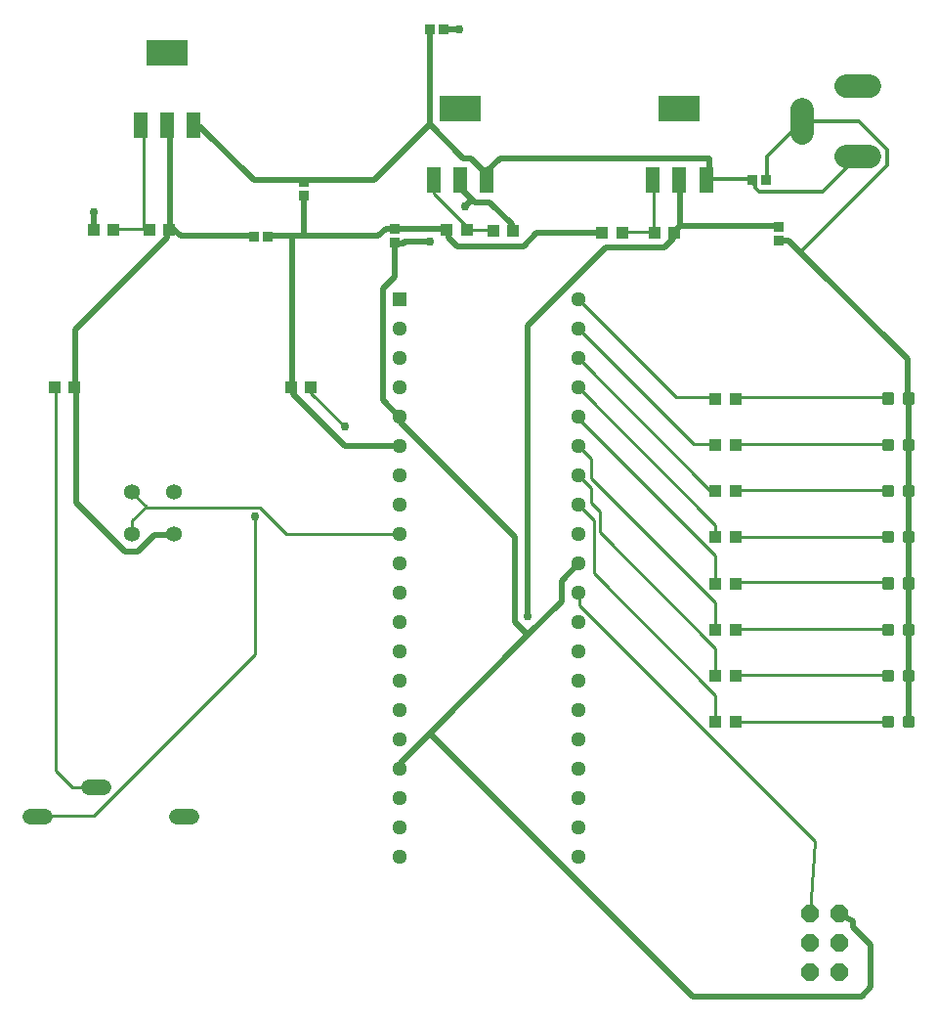
<source format=gtl>
G04 EAGLE Gerber RS-274X export*
G75*
%MOMM*%
%FSLAX34Y34*%
%LPD*%
%INTop Copper*%
%IPPOS*%
%AMOC8*
5,1,8,0,0,1.08239X$1,22.5*%
G01*
%ADD10R,0.900000X0.850000*%
%ADD11R,0.850000X0.900000*%
%ADD12C,0.300000*%
%ADD13R,1.292000X1.292000*%
%ADD14C,1.292000*%
%ADD15C,2.000000*%
%ADD16P,1.649562X8X292.500000*%
%ADD17C,1.320800*%
%ADD18R,1.100000X1.000000*%
%ADD19C,1.358000*%
%ADD20R,1.219200X2.235200*%
%ADD21R,3.600000X2.200000*%
%ADD22C,0.508000*%
%ADD23C,0.756400*%
%ADD24C,0.304800*%
%ADD25C,0.254000*%


D10*
X285000Y727800D03*
X285000Y716200D03*
X363600Y675200D03*
X363600Y686800D03*
D11*
X241700Y680000D03*
X253300Y680000D03*
D10*
X696400Y688800D03*
X696400Y677200D03*
D11*
X673200Y729000D03*
X684800Y729000D03*
X394200Y860000D03*
X405800Y860000D03*
D12*
X805270Y263500D02*
X805270Y256500D01*
X805270Y263500D02*
X812270Y263500D01*
X812270Y256500D01*
X805270Y256500D01*
X805270Y259350D02*
X812270Y259350D01*
X812270Y262200D02*
X805270Y262200D01*
X787730Y263500D02*
X787730Y256500D01*
X787730Y263500D02*
X794730Y263500D01*
X794730Y256500D01*
X787730Y256500D01*
X787730Y259350D02*
X794730Y259350D01*
X794730Y262200D02*
X787730Y262200D01*
X805270Y296500D02*
X805270Y303500D01*
X812270Y303500D01*
X812270Y296500D01*
X805270Y296500D01*
X805270Y299350D02*
X812270Y299350D01*
X812270Y302200D02*
X805270Y302200D01*
X787730Y303500D02*
X787730Y296500D01*
X787730Y303500D02*
X794730Y303500D01*
X794730Y296500D01*
X787730Y296500D01*
X787730Y299350D02*
X794730Y299350D01*
X794730Y302200D02*
X787730Y302200D01*
X805270Y336500D02*
X805270Y343500D01*
X812270Y343500D01*
X812270Y336500D01*
X805270Y336500D01*
X805270Y339350D02*
X812270Y339350D01*
X812270Y342200D02*
X805270Y342200D01*
X787730Y343500D02*
X787730Y336500D01*
X787730Y343500D02*
X794730Y343500D01*
X794730Y336500D01*
X787730Y336500D01*
X787730Y339350D02*
X794730Y339350D01*
X794730Y342200D02*
X787730Y342200D01*
X805270Y376500D02*
X805270Y383500D01*
X812270Y383500D01*
X812270Y376500D01*
X805270Y376500D01*
X805270Y379350D02*
X812270Y379350D01*
X812270Y382200D02*
X805270Y382200D01*
X787730Y383500D02*
X787730Y376500D01*
X787730Y383500D02*
X794730Y383500D01*
X794730Y376500D01*
X787730Y376500D01*
X787730Y379350D02*
X794730Y379350D01*
X794730Y382200D02*
X787730Y382200D01*
X805270Y416500D02*
X805270Y423500D01*
X812270Y423500D01*
X812270Y416500D01*
X805270Y416500D01*
X805270Y419350D02*
X812270Y419350D01*
X812270Y422200D02*
X805270Y422200D01*
X787730Y423500D02*
X787730Y416500D01*
X787730Y423500D02*
X794730Y423500D01*
X794730Y416500D01*
X787730Y416500D01*
X787730Y419350D02*
X794730Y419350D01*
X794730Y422200D02*
X787730Y422200D01*
X805270Y456500D02*
X805270Y463500D01*
X812270Y463500D01*
X812270Y456500D01*
X805270Y456500D01*
X805270Y459350D02*
X812270Y459350D01*
X812270Y462200D02*
X805270Y462200D01*
X787730Y463500D02*
X787730Y456500D01*
X787730Y463500D02*
X794730Y463500D01*
X794730Y456500D01*
X787730Y456500D01*
X787730Y459350D02*
X794730Y459350D01*
X794730Y462200D02*
X787730Y462200D01*
X805270Y496500D02*
X805270Y503500D01*
X812270Y503500D01*
X812270Y496500D01*
X805270Y496500D01*
X805270Y499350D02*
X812270Y499350D01*
X812270Y502200D02*
X805270Y502200D01*
X787730Y503500D02*
X787730Y496500D01*
X787730Y503500D02*
X794730Y503500D01*
X794730Y496500D01*
X787730Y496500D01*
X787730Y499350D02*
X794730Y499350D01*
X794730Y502200D02*
X787730Y502200D01*
X805270Y536500D02*
X805270Y543500D01*
X812270Y543500D01*
X812270Y536500D01*
X805270Y536500D01*
X805270Y539350D02*
X812270Y539350D01*
X812270Y542200D02*
X805270Y542200D01*
X787730Y543500D02*
X787730Y536500D01*
X787730Y543500D02*
X794730Y543500D01*
X794730Y536500D01*
X787730Y536500D01*
X787730Y539350D02*
X794730Y539350D01*
X794730Y542200D02*
X787730Y542200D01*
D13*
X367950Y625700D03*
D14*
X367950Y600300D03*
X367950Y574900D03*
X367950Y549500D03*
X367950Y524100D03*
X367950Y498700D03*
X367950Y473300D03*
X367950Y447900D03*
X367950Y422500D03*
X367950Y397100D03*
X367950Y371700D03*
X367950Y346300D03*
X367950Y320900D03*
X367950Y295500D03*
X367950Y270100D03*
X367950Y244700D03*
X367950Y219300D03*
X367950Y193900D03*
X367950Y168500D03*
X367950Y143100D03*
X522250Y143100D03*
X522250Y168500D03*
X522250Y193900D03*
X522250Y219300D03*
X522250Y244700D03*
X522250Y270100D03*
X522250Y295500D03*
X522250Y320900D03*
X522250Y346300D03*
X522250Y371700D03*
X522250Y397100D03*
X522250Y422500D03*
X522250Y447900D03*
X522250Y473300D03*
X522250Y498700D03*
X522250Y524100D03*
X522250Y549500D03*
X522250Y574900D03*
X522250Y600300D03*
X522250Y625700D03*
D15*
X754700Y749300D02*
X774700Y749300D01*
X774700Y810300D02*
X754700Y810300D01*
X716700Y790300D02*
X716700Y770300D01*
D16*
X723100Y94000D03*
X748500Y94000D03*
X723100Y68600D03*
X748500Y68600D03*
X723100Y43200D03*
X748500Y43200D03*
D17*
X111304Y203500D02*
X98096Y203500D01*
X174296Y178100D02*
X187504Y178100D01*
X60504Y178100D02*
X47296Y178100D01*
D18*
X641500Y300000D03*
X658500Y300000D03*
X641500Y260000D03*
X658500Y260000D03*
X448800Y685000D03*
X465800Y685000D03*
X68900Y550000D03*
X85900Y550000D03*
X408700Y686000D03*
X425700Y686000D03*
X150600Y686000D03*
X167600Y686000D03*
X102500Y686000D03*
X119500Y686000D03*
X588400Y684000D03*
X605400Y684000D03*
X543300Y684000D03*
X560300Y684000D03*
X273800Y550000D03*
X290800Y550000D03*
X641500Y540000D03*
X658500Y540000D03*
X641500Y500000D03*
X658500Y500000D03*
X641500Y460000D03*
X658500Y460000D03*
X641500Y420000D03*
X658500Y420000D03*
X641500Y380000D03*
X658500Y380000D03*
X641500Y340000D03*
X658500Y340000D03*
D19*
X135400Y459500D03*
X172100Y459500D03*
X135300Y422800D03*
X172100Y422800D03*
D20*
X396886Y729012D03*
X420000Y729012D03*
X443114Y729012D03*
D21*
X420000Y790990D03*
D20*
X142886Y777012D03*
X166000Y777012D03*
X189114Y777012D03*
D21*
X166000Y838990D03*
D20*
X586886Y729012D03*
X610000Y729012D03*
X633114Y729012D03*
D21*
X610000Y790990D03*
D22*
X464820Y690880D02*
X464820Y685800D01*
X464820Y690880D02*
X445770Y709930D01*
X433070Y709930D01*
X430530Y712470D02*
X420370Y722630D01*
X430530Y712470D02*
X433070Y709930D01*
X420370Y722630D02*
X420370Y728980D01*
X464820Y685800D02*
X465800Y685000D01*
X420370Y728980D02*
X420000Y729012D01*
X363220Y674370D02*
X363220Y645160D01*
X353060Y635000D01*
X353060Y538480D01*
X367030Y524510D01*
X363220Y674370D02*
X363600Y675200D01*
X367030Y524510D02*
X367950Y524100D01*
X424180Y706120D02*
X430530Y712470D01*
X393700Y675640D02*
X372110Y675640D01*
X370840Y674370D01*
X365760Y674370D01*
X363600Y675200D01*
X368300Y224790D02*
X368300Y219710D01*
X478790Y335280D02*
X508000Y364490D01*
X478790Y335280D02*
X393700Y250190D01*
X368300Y224790D01*
X508000Y364490D02*
X508000Y382270D01*
X521970Y396240D01*
X368300Y219710D02*
X367950Y219300D01*
X521970Y396240D02*
X522250Y397100D01*
X760730Y87636D02*
X760730Y82550D01*
X775970Y67310D01*
X775970Y30480D01*
X767810Y22320D01*
X621570Y22320D01*
X393700Y250190D01*
X748500Y94000D02*
X760730Y87636D01*
X368300Y519430D02*
X368300Y521970D01*
X368300Y519430D02*
X467360Y420370D01*
X467360Y346710D01*
X478790Y335280D01*
X368300Y521970D02*
X367950Y524100D01*
D23*
X424180Y706120D03*
X393700Y675640D03*
D22*
X363600Y686800D02*
X363220Y687070D01*
X274320Y551180D02*
X273800Y550000D01*
X365760Y687070D02*
X407670Y687070D01*
X408700Y686000D01*
X365760Y687070D02*
X363600Y686800D01*
X486410Y683260D02*
X542290Y683260D01*
X486410Y683260D02*
X474980Y671830D01*
X417830Y671830D01*
X410210Y679450D01*
X410210Y684530D01*
X542290Y683260D02*
X543300Y684000D01*
X410210Y684530D02*
X408700Y686000D01*
X808990Y499110D02*
X808990Y461010D01*
X808770Y460000D01*
X808990Y499110D02*
X808770Y500000D01*
X808990Y501650D02*
X808990Y539750D01*
X808770Y540000D01*
X808990Y501650D02*
X808770Y500000D01*
X808990Y419100D02*
X808990Y381000D01*
X808770Y380000D01*
X808990Y419100D02*
X808770Y420000D01*
X808990Y299720D02*
X808990Y260350D01*
X808770Y260000D01*
X808990Y299720D02*
X808770Y300000D01*
X808990Y302260D02*
X808990Y339090D01*
X808770Y340000D01*
X808990Y302260D02*
X808770Y300000D01*
X808990Y341630D02*
X808990Y378460D01*
X808770Y380000D01*
X808990Y341630D02*
X808770Y340000D01*
X808990Y421640D02*
X808990Y458470D01*
X808770Y460000D01*
X808990Y421640D02*
X808770Y420000D01*
X419100Y859790D02*
X406400Y859790D01*
X405800Y860000D01*
X697230Y676910D02*
X704850Y676910D01*
X697230Y676910D02*
X696400Y677200D01*
X102870Y687070D02*
X102870Y701040D01*
X102870Y687070D02*
X102500Y686000D01*
X807720Y574040D02*
X807720Y542290D01*
X715010Y666750D02*
X704850Y676910D01*
X715010Y666750D02*
X807720Y574040D01*
X807720Y542290D02*
X808770Y540000D01*
X275590Y543560D02*
X275590Y548640D01*
X275590Y543560D02*
X320040Y499110D01*
X367030Y499110D01*
X275590Y548640D02*
X273800Y550000D01*
X367030Y499110D02*
X367950Y498700D01*
D23*
X419100Y859790D03*
X102870Y701040D03*
D22*
X284480Y680720D02*
X349250Y680720D01*
X284480Y680720D02*
X274320Y680720D01*
X254000Y680720D01*
X349250Y680720D02*
X355600Y687070D01*
X360680Y687070D01*
X254000Y680720D02*
X253300Y680000D01*
X360680Y687070D02*
X363600Y686800D01*
X274320Y680720D02*
X274320Y553720D01*
X273800Y550000D01*
X284480Y680720D02*
X284480Y715010D01*
X285000Y716200D01*
D24*
X685800Y730250D02*
X685800Y749300D01*
X716280Y779780D01*
X685800Y730250D02*
X684800Y729000D01*
X716280Y779780D02*
X716700Y780300D01*
X717550Y779780D02*
X765810Y779780D01*
X789940Y755650D01*
X789940Y741680D01*
X715010Y666750D01*
X717550Y779780D02*
X716700Y780300D01*
D22*
X695960Y689610D02*
X610870Y689610D01*
X605790Y684530D01*
X695960Y689610D02*
X696400Y688800D01*
X605790Y684530D02*
X605400Y684000D01*
X610870Y689610D02*
X610870Y728980D01*
X610000Y729012D01*
X478790Y603250D02*
X478790Y351790D01*
X478790Y603250D02*
X546100Y670560D01*
X596900Y670560D01*
X604520Y678180D01*
X604520Y681990D01*
X605400Y684000D01*
D23*
X478790Y351790D03*
D22*
X86360Y551180D02*
X86360Y599440D01*
X86360Y551180D02*
X85900Y550000D01*
X166370Y685800D02*
X167600Y686000D01*
X168910Y776927D02*
X166000Y777012D01*
X168910Y687070D02*
X167600Y686000D01*
X171450Y421640D02*
X154940Y421640D01*
X140970Y407670D01*
X129540Y407670D01*
X87630Y449580D01*
X87630Y548640D01*
X172100Y422800D02*
X171450Y421640D01*
X87630Y548640D02*
X85900Y550000D01*
X177800Y680720D02*
X241300Y680720D01*
X177800Y680720D02*
X171450Y687070D01*
X241300Y680720D02*
X241700Y680000D01*
X171450Y687070D02*
X167600Y686000D01*
X168910Y689610D02*
X168910Y774700D01*
X166000Y777012D01*
X168910Y689610D02*
X167600Y686000D01*
X166370Y683260D02*
X166370Y679450D01*
X86360Y599440D01*
X166370Y683260D02*
X167600Y686000D01*
D25*
X607060Y541020D02*
X641350Y541020D01*
X607060Y541020D02*
X523240Y624840D01*
X641350Y541020D02*
X641500Y540000D01*
X523240Y624840D02*
X522250Y625700D01*
X659130Y541020D02*
X791210Y541020D01*
X791230Y540000D01*
X659130Y541020D02*
X658500Y540000D01*
X641350Y500380D02*
X622300Y500380D01*
X523240Y599440D01*
X641350Y500380D02*
X641500Y500000D01*
X523240Y599440D02*
X522250Y600300D01*
X659130Y500380D02*
X791210Y500380D01*
X791230Y500000D01*
X659130Y500380D02*
X658500Y500000D01*
X641350Y461010D02*
X636270Y461010D01*
X523240Y574040D01*
X641350Y461010D02*
X641500Y460000D01*
X523240Y574040D02*
X522250Y574900D01*
X659130Y461010D02*
X791210Y461010D01*
X791230Y460000D01*
X659130Y461010D02*
X658500Y460000D01*
X641350Y430530D02*
X641350Y420370D01*
X641350Y430530D02*
X523240Y548640D01*
X641350Y420370D02*
X641500Y420000D01*
X523240Y548640D02*
X522250Y549500D01*
X659130Y420370D02*
X791210Y420370D01*
X791230Y420000D01*
X659130Y420370D02*
X658500Y420000D01*
X641350Y403860D02*
X641350Y381000D01*
X641350Y403860D02*
X521970Y523240D01*
X641350Y381000D02*
X641500Y380000D01*
X521970Y523240D02*
X522250Y524100D01*
X659130Y381000D02*
X791210Y381000D01*
X791230Y380000D01*
X659130Y381000D02*
X658500Y380000D01*
X641350Y363220D02*
X641350Y340360D01*
X641350Y363220D02*
X533400Y471170D01*
X533400Y487680D01*
X523240Y497840D01*
X641350Y340360D02*
X641500Y340000D01*
X523240Y497840D02*
X522250Y498700D01*
X659130Y340360D02*
X791210Y340360D01*
X791230Y340000D01*
X659130Y340360D02*
X658500Y340000D01*
X641350Y323850D02*
X641350Y300990D01*
X641350Y323850D02*
X541020Y424180D01*
X541020Y441960D01*
X533400Y449580D01*
X533400Y462280D01*
X523240Y472440D01*
X641350Y300990D02*
X641500Y300000D01*
X523240Y472440D02*
X522250Y473300D01*
X659130Y300990D02*
X791210Y300990D01*
X791230Y300000D01*
X659130Y300990D02*
X658500Y300000D01*
X641350Y283210D02*
X641350Y260350D01*
X641350Y283210D02*
X535940Y388620D01*
X535940Y434340D01*
X523240Y447040D01*
X641350Y260350D02*
X641500Y260000D01*
X523240Y447040D02*
X522250Y447900D01*
X659130Y260350D02*
X791210Y260350D01*
X791230Y260000D01*
X659130Y260350D02*
X658500Y260000D01*
D22*
X636270Y732790D02*
X636270Y748030D01*
X636270Y732790D02*
X633730Y730250D01*
X672250Y728790D02*
X673200Y729000D01*
X633730Y730250D02*
X633114Y729012D01*
X393700Y777240D02*
X393700Y859790D01*
X393700Y777240D02*
X422910Y748030D01*
X429260Y748030D01*
X441960Y735330D01*
X441960Y730250D01*
X393700Y859790D02*
X394200Y860000D01*
X441960Y730250D02*
X443114Y729012D01*
X454660Y748030D02*
X636270Y748030D01*
X454660Y748030D02*
X443230Y736600D01*
X443114Y729012D01*
X633114Y729012D02*
X636270Y730250D01*
X189230Y775970D02*
X189114Y777012D01*
X191770Y775970D01*
X241300Y728980D02*
X284480Y728980D01*
X241300Y728980D02*
X194310Y775970D01*
X284480Y728980D02*
X285000Y727800D01*
X194310Y775970D02*
X189114Y777012D01*
X287020Y728980D02*
X345440Y728980D01*
X393700Y777240D01*
X287020Y728980D02*
X285000Y727800D01*
D24*
X638810Y730250D02*
X670560Y730250D01*
X673200Y729000D01*
X638810Y730250D02*
X633114Y729012D01*
X673100Y726440D02*
X675640Y723900D01*
X675640Y722630D01*
X679450Y718820D01*
X734060Y718820D01*
X764540Y749300D01*
X673200Y729000D02*
X673100Y726440D01*
X764540Y749300D02*
X764700Y749300D01*
D25*
X448310Y685800D02*
X426720Y685800D01*
X425700Y686000D01*
X448310Y685800D02*
X448800Y685000D01*
X425450Y687070D02*
X425450Y689610D01*
X397510Y717550D01*
X397510Y728980D01*
X425450Y687070D02*
X425700Y686000D01*
X397510Y728980D02*
X396886Y729012D01*
X149860Y687070D02*
X146050Y687070D01*
X120650Y687070D01*
X119500Y686000D01*
X149860Y687070D02*
X150600Y686000D01*
X146050Y687070D02*
X146050Y776891D01*
X146050Y687070D02*
X150600Y686000D01*
X146050Y776891D02*
X142886Y777012D01*
X561340Y684530D02*
X588010Y684530D01*
X561340Y684530D02*
X560300Y684000D01*
X588010Y684530D02*
X588400Y684000D01*
X588010Y685800D02*
X588010Y728980D01*
X588010Y685800D02*
X588400Y684000D01*
X588010Y728980D02*
X586886Y729012D01*
X367030Y422910D02*
X269240Y422910D01*
X246380Y445770D01*
X148590Y445770D01*
X147955Y446405D02*
X135890Y458470D01*
X147955Y446405D02*
X148590Y445770D01*
X367030Y422910D02*
X367950Y422500D01*
X135890Y458470D02*
X135400Y459500D01*
X135890Y434340D02*
X135890Y422910D01*
X135890Y434340D02*
X147955Y446405D01*
X135890Y422910D02*
X135300Y422800D01*
X290830Y544830D02*
X290830Y549910D01*
X290830Y544830D02*
X320040Y515620D01*
X242570Y438150D02*
X242570Y318770D01*
X102870Y179070D01*
X54610Y179070D01*
X290830Y549910D02*
X290800Y550000D01*
X54610Y179070D02*
X53900Y178100D01*
D23*
X320040Y515620D03*
X242570Y438150D03*
D25*
X523240Y370840D02*
X523240Y360680D01*
X727089Y156831D01*
X523240Y370840D02*
X522250Y371700D01*
X727089Y156831D02*
X723100Y94000D01*
X69850Y217760D02*
X69850Y549910D01*
X84110Y203500D02*
X104700Y203500D01*
X84110Y203500D02*
X69850Y217760D01*
X69850Y549910D02*
X68900Y550000D01*
M02*

</source>
